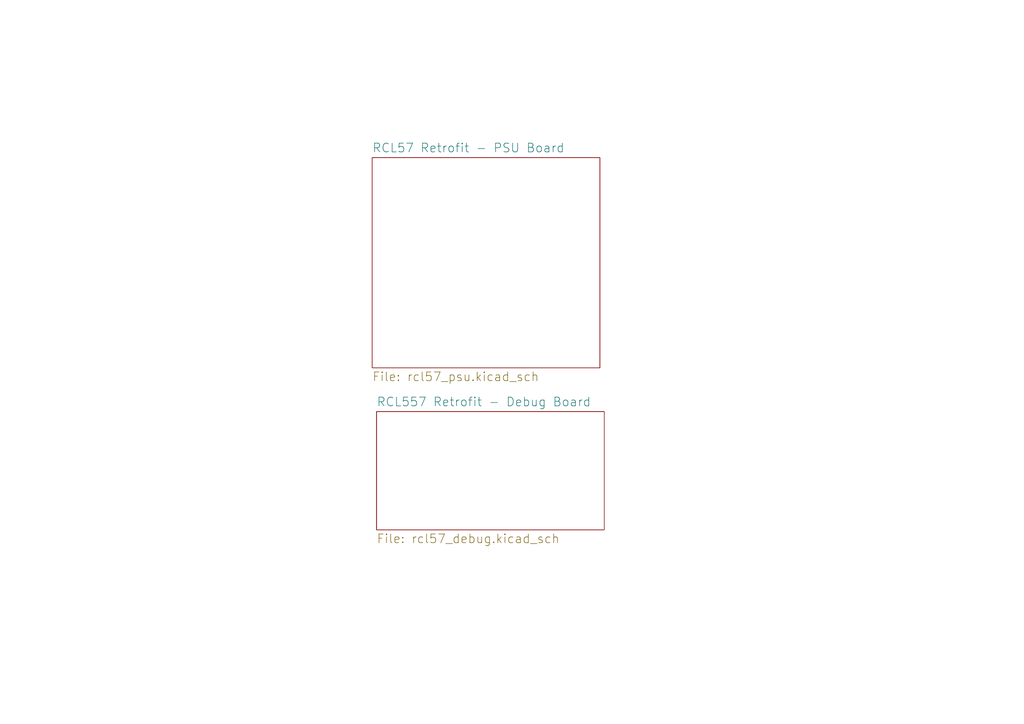
<source format=kicad_sch>
(kicad_sch (version 20230121) (generator eeschema)
  (paper "A4")
  (title_block (title "RCL57 Retrofit PSU and Debug") (date "2024-02-28") (rev "1") (company "tomcircuit"))
  (lib_symbols)
  (sheet (at 109.22 119.38) (size 66.04 34.29) (stroke (width 0.1524))
    (property "Sheetname" "RCL557 Retrofit - Debug Board" (at 109.22 118.0334 0) (effects (font (size 2.54 2.54)) (justify left bottom)))
    (property "Sheetfile" "rcl57_debug.kicad_sch" (at 109.22 154.7626 0) (effects (font (size 2.54 2.54)) (justify left top)))
  )
  (sheet (at 107.95 45.72) (size 66.04 60.96) (stroke (width 0.1524))
    (property "Sheetname" "RCL57 Retrofit - PSU Board" (at 107.95 44.3734 0) (effects (font (size 2.54 2.54)) (justify left bottom)))
    (property "Sheetfile" "rcl57_psu.kicad_sch" (at 107.95 107.7726 0) (effects (font (size 2.54 2.54)) (justify left top)))
  )
)
</source>
